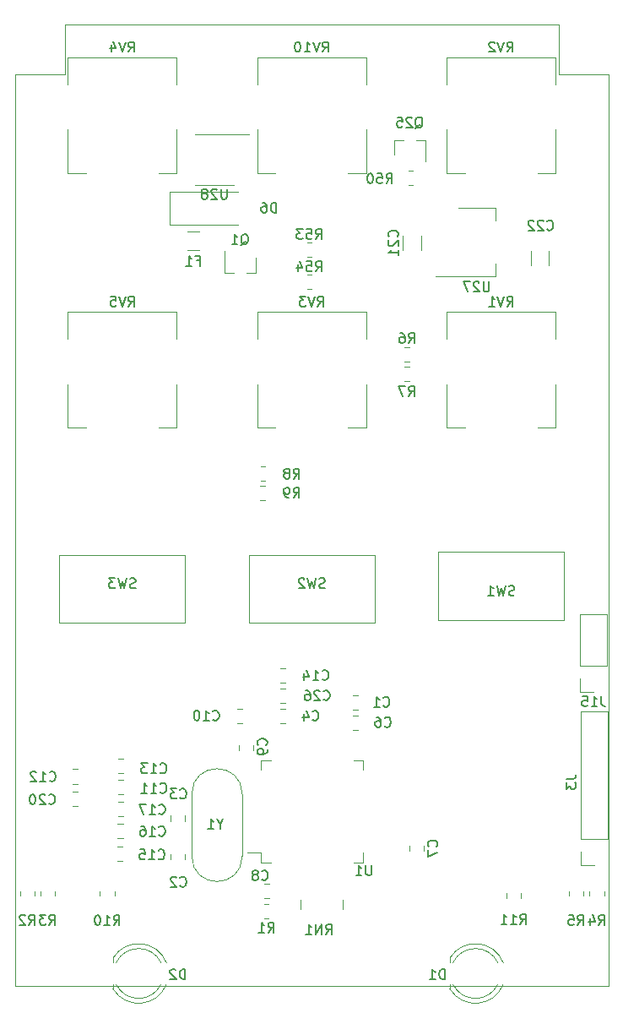
<source format=gbr>
%TF.GenerationSoftware,KiCad,Pcbnew,(5.1.7)-1*%
%TF.CreationDate,2021-10-21T20:17:55-07:00*%
%TF.ProjectId,Digital Board Rev 2,44696769-7461-46c2-9042-6f6172642052,rev?*%
%TF.SameCoordinates,Original*%
%TF.FileFunction,Legend,Bot*%
%TF.FilePolarity,Positive*%
%FSLAX46Y46*%
G04 Gerber Fmt 4.6, Leading zero omitted, Abs format (unit mm)*
G04 Created by KiCad (PCBNEW (5.1.7)-1) date 2021-10-21 20:17:55*
%MOMM*%
%LPD*%
G01*
G04 APERTURE LIST*
%TA.AperFunction,Profile*%
%ADD10C,0.050000*%
%TD*%
%ADD11C,0.120000*%
%ADD12C,0.150000*%
G04 APERTURE END LIST*
D10*
X177750000Y-40750000D02*
X182750000Y-40750000D01*
X177750000Y-35750000D02*
X177750000Y-40750000D01*
X128250000Y-40750000D02*
X128250000Y-35750000D01*
X123250000Y-40750000D02*
X128250000Y-40750000D01*
X182750000Y-40750000D02*
X182750000Y-132080000D01*
X128250000Y-35750000D02*
X177750000Y-35750000D01*
X123250000Y-132080000D02*
X123250000Y-40750000D01*
X182750000Y-132080000D02*
X123250000Y-132080000D01*
D11*
%TO.C,J15*%
X179920000Y-94840000D02*
X182580000Y-94840000D01*
X179920000Y-99980000D02*
X179920000Y-94840000D01*
X182580000Y-99980000D02*
X182580000Y-94840000D01*
X179920000Y-99980000D02*
X182580000Y-99980000D01*
X179920000Y-101250000D02*
X179920000Y-102580000D01*
X179920000Y-102580000D02*
X181250000Y-102580000D01*
%TO.C,F1*%
X140494936Y-56494000D02*
X141699064Y-56494000D01*
X140494936Y-58314000D02*
X141699064Y-58314000D01*
%TO.C,C17*%
X134097752Y-115035000D02*
X133575248Y-115035000D01*
X134097752Y-113565000D02*
X133575248Y-113565000D01*
%TO.C,RN1*%
X151867500Y-124388500D02*
X151867500Y-123388500D01*
X156107500Y-124388500D02*
X156107500Y-123388500D01*
%TO.C,C1*%
X157614252Y-104367000D02*
X157091748Y-104367000D01*
X157614252Y-102897000D02*
X157091748Y-102897000D01*
%TO.C,D6*%
X138729000Y-55752000D02*
X145629000Y-55752000D01*
X138729000Y-52452000D02*
X145629000Y-52452000D01*
X138729000Y-55752000D02*
X138729000Y-52452000D01*
%TO.C,SW3*%
X127700000Y-95650000D02*
X140300000Y-95650000D01*
X127700000Y-88850000D02*
X140300000Y-88850000D01*
X140300000Y-95650000D02*
X140300000Y-88850000D01*
X127700000Y-88850000D02*
X127700000Y-95650000D01*
%TO.C,SW2*%
X146700000Y-95650000D02*
X159300000Y-95650000D01*
X146700000Y-88850000D02*
X159300000Y-88850000D01*
X159300000Y-95650000D02*
X159300000Y-88850000D01*
X146700000Y-88850000D02*
X146700000Y-95650000D01*
%TO.C,R11*%
X173985000Y-122772936D02*
X173985000Y-123227064D01*
X172515000Y-122772936D02*
X172515000Y-123227064D01*
%TO.C,R10*%
X133235000Y-122581936D02*
X133235000Y-123036064D01*
X131765000Y-122581936D02*
X131765000Y-123036064D01*
%TO.C,C20*%
X129547252Y-114019000D02*
X129024748Y-114019000D01*
X129547252Y-112549000D02*
X129024748Y-112549000D01*
%TO.C,C16*%
X134055752Y-117257500D02*
X133533248Y-117257500D01*
X134055752Y-115787500D02*
X133533248Y-115787500D01*
%TO.C,R3*%
X127235000Y-122581936D02*
X127235000Y-123036064D01*
X125765000Y-122581936D02*
X125765000Y-123036064D01*
%TO.C,R4*%
X182337000Y-122581936D02*
X182337000Y-123036064D01*
X180867000Y-122581936D02*
X180867000Y-123036064D01*
%TO.C,R6*%
X162302936Y-68031000D02*
X162757064Y-68031000D01*
X162302936Y-69501000D02*
X162757064Y-69501000D01*
%TO.C,R7*%
X162332936Y-70004000D02*
X162787064Y-70004000D01*
X162332936Y-71474000D02*
X162787064Y-71474000D01*
%TO.C,R2*%
X125203000Y-122581936D02*
X125203000Y-123036064D01*
X123733000Y-122581936D02*
X123733000Y-123036064D01*
%TO.C,R8*%
X147875936Y-79978000D02*
X148330064Y-79978000D01*
X147875936Y-81448000D02*
X148330064Y-81448000D01*
%TO.C,R9*%
X147854936Y-81942000D02*
X148309064Y-81942000D01*
X147854936Y-83412000D02*
X148309064Y-83412000D01*
%TO.C,R5*%
X180235000Y-122581936D02*
X180235000Y-123036064D01*
X178765000Y-122581936D02*
X178765000Y-123036064D01*
%TO.C,RV10*%
X147530000Y-39030000D02*
X147530000Y-41750000D01*
X147530000Y-46250000D02*
X147530000Y-50620000D01*
X158470000Y-46250000D02*
X158470000Y-50620000D01*
X156650000Y-50620000D02*
X158470000Y-50620000D01*
X147530000Y-39030000D02*
X158470000Y-39030000D01*
X158470000Y-39030000D02*
X158470000Y-41750000D01*
X147530000Y-50620000D02*
X149350000Y-50620000D01*
%TO.C,C26*%
X150375252Y-102262000D02*
X149852748Y-102262000D01*
X150375252Y-103732000D02*
X149852748Y-103732000D01*
%TO.C,RV4*%
X128530000Y-50620000D02*
X130350000Y-50620000D01*
X139470000Y-39030000D02*
X139470000Y-41750000D01*
X128530000Y-39030000D02*
X139470000Y-39030000D01*
X137650000Y-50620000D02*
X139470000Y-50620000D01*
X139470000Y-46250000D02*
X139470000Y-50620000D01*
X128530000Y-46250000D02*
X128530000Y-50620000D01*
X128530000Y-39030000D02*
X128530000Y-41750000D01*
%TO.C,RV5*%
X128530000Y-76120000D02*
X130350000Y-76120000D01*
X139470000Y-64530000D02*
X139470000Y-67250000D01*
X128530000Y-64530000D02*
X139470000Y-64530000D01*
X137650000Y-76120000D02*
X139470000Y-76120000D01*
X139470000Y-71750000D02*
X139470000Y-76120000D01*
X128530000Y-71750000D02*
X128530000Y-76120000D01*
X128530000Y-64530000D02*
X128530000Y-67250000D01*
%TO.C,RV3*%
X147530000Y-76120000D02*
X149350000Y-76120000D01*
X158470000Y-64530000D02*
X158470000Y-67250000D01*
X147530000Y-64530000D02*
X158470000Y-64530000D01*
X156650000Y-76120000D02*
X158470000Y-76120000D01*
X158470000Y-71750000D02*
X158470000Y-76120000D01*
X147530000Y-71750000D02*
X147530000Y-76120000D01*
X147530000Y-64530000D02*
X147530000Y-67250000D01*
%TO.C,RV2*%
X166530000Y-39030000D02*
X166530000Y-41750000D01*
X166530000Y-46250000D02*
X166530000Y-50620000D01*
X177470000Y-46250000D02*
X177470000Y-50620000D01*
X175650000Y-50620000D02*
X177470000Y-50620000D01*
X166530000Y-39030000D02*
X177470000Y-39030000D01*
X177470000Y-39030000D02*
X177470000Y-41750000D01*
X166530000Y-50620000D02*
X168350000Y-50620000D01*
%TO.C,RV1*%
X166530000Y-76120000D02*
X168350000Y-76120000D01*
X177470000Y-64530000D02*
X177470000Y-67250000D01*
X166530000Y-64530000D02*
X177470000Y-64530000D01*
X175650000Y-76120000D02*
X177470000Y-76120000D01*
X177470000Y-71750000D02*
X177470000Y-76120000D01*
X166530000Y-71750000D02*
X166530000Y-76120000D01*
X166530000Y-64530000D02*
X166530000Y-67250000D01*
%TO.C,Y1*%
X146025000Y-112815000D02*
X146025000Y-119065000D01*
X140975000Y-112815000D02*
X140975000Y-119065000D01*
X146025000Y-119065000D02*
G75*
G02*
X140975000Y-119065000I-2525000J0D01*
G01*
X146025000Y-112815000D02*
G75*
G03*
X140975000Y-112815000I-2525000J0D01*
G01*
%TO.C,U28*%
X143250000Y-46690000D02*
X146700000Y-46690000D01*
X143250000Y-46690000D02*
X141300000Y-46690000D01*
X143250000Y-51810000D02*
X145200000Y-51810000D01*
X143250000Y-51810000D02*
X141300000Y-51810000D01*
%TO.C,U27*%
X165445000Y-60941000D02*
X171455000Y-60941000D01*
X167695000Y-54121000D02*
X171455000Y-54121000D01*
X171455000Y-60941000D02*
X171455000Y-59681000D01*
X171455000Y-54121000D02*
X171455000Y-55381000D01*
%TO.C,U1*%
X147925000Y-118714000D02*
X146585000Y-118714000D01*
X147925000Y-119664000D02*
X147925000Y-118714000D01*
X148875000Y-119664000D02*
X147925000Y-119664000D01*
X158145000Y-119664000D02*
X158145000Y-118714000D01*
X157195000Y-119664000D02*
X158145000Y-119664000D01*
X147925000Y-109444000D02*
X147925000Y-110394000D01*
X148875000Y-109444000D02*
X147925000Y-109444000D01*
X158145000Y-109444000D02*
X158145000Y-110394000D01*
X157195000Y-109444000D02*
X158145000Y-109444000D01*
%TO.C,SW1*%
X178300000Y-88584000D02*
X165700000Y-88584000D01*
X178300000Y-95384000D02*
X165700000Y-95384000D01*
X165700000Y-88584000D02*
X165700000Y-95384000D01*
X178300000Y-95384000D02*
X178300000Y-88584000D01*
%TO.C,R54*%
X152522936Y-60765000D02*
X152977064Y-60765000D01*
X152522936Y-62235000D02*
X152977064Y-62235000D01*
%TO.C,R53*%
X152522936Y-57515000D02*
X152977064Y-57515000D01*
X152522936Y-58985000D02*
X152977064Y-58985000D01*
%TO.C,R50*%
X163168064Y-51789000D02*
X162713936Y-51789000D01*
X163168064Y-50319000D02*
X162713936Y-50319000D01*
%TO.C,R1*%
X148235936Y-123852000D02*
X148690064Y-123852000D01*
X148235936Y-125322000D02*
X148690064Y-125322000D01*
%TO.C,Q25*%
X161234000Y-47293500D02*
X161234000Y-48753500D01*
X164394000Y-47293500D02*
X164394000Y-49453500D01*
X164394000Y-47293500D02*
X163464000Y-47293500D01*
X161234000Y-47293500D02*
X162164000Y-47293500D01*
%TO.C,Q1*%
X147376000Y-60577000D02*
X147376000Y-59117000D01*
X144216000Y-60577000D02*
X144216000Y-58417000D01*
X144216000Y-60577000D02*
X145146000Y-60577000D01*
X147376000Y-60577000D02*
X146446000Y-60577000D01*
%TO.C,J3*%
X180018000Y-119948000D02*
X181348000Y-119948000D01*
X180018000Y-118618000D02*
X180018000Y-119948000D01*
X180018000Y-117348000D02*
X182678000Y-117348000D01*
X182678000Y-117348000D02*
X182678000Y-104588000D01*
X180018000Y-117348000D02*
X180018000Y-104588000D01*
X180018000Y-104588000D02*
X182678000Y-104588000D01*
%TO.C,D2*%
X133076000Y-129730000D02*
X133076000Y-129265000D01*
X133076000Y-132355000D02*
X133076000Y-131890000D01*
X137890479Y-129729571D02*
G75*
G03*
X133381316Y-129730000I-2254479J-1080429D01*
G01*
X137890479Y-131890429D02*
G75*
G02*
X133381316Y-131890000I-2254479J1080429D01*
G01*
X138423815Y-129729173D02*
G75*
G03*
X133076000Y-129265170I-2787815J-1080827D01*
G01*
X138423815Y-131890827D02*
G75*
G02*
X133076000Y-132354830I-2787815J1080827D01*
G01*
%TO.C,D1*%
X166858000Y-129730000D02*
X166858000Y-129265000D01*
X166858000Y-132355000D02*
X166858000Y-131890000D01*
X171672479Y-129729571D02*
G75*
G03*
X167163316Y-129730000I-2254479J-1080429D01*
G01*
X171672479Y-131890429D02*
G75*
G02*
X167163316Y-131890000I-2254479J1080429D01*
G01*
X172205815Y-129729173D02*
G75*
G03*
X166858000Y-129265170I-2787815J-1080827D01*
G01*
X172205815Y-131890827D02*
G75*
G02*
X166858000Y-132354830I-2787815J1080827D01*
G01*
%TO.C,C22*%
X176805000Y-58407248D02*
X176805000Y-59829752D01*
X174985000Y-58407248D02*
X174985000Y-59829752D01*
%TO.C,C21*%
X163978000Y-56883248D02*
X163978000Y-58305752D01*
X162158000Y-56883248D02*
X162158000Y-58305752D01*
%TO.C,C15*%
X133992252Y-119543500D02*
X133469748Y-119543500D01*
X133992252Y-118073500D02*
X133469748Y-118073500D01*
%TO.C,C14*%
X149852748Y-100230000D02*
X150375252Y-100230000D01*
X149852748Y-101700000D02*
X150375252Y-101700000D01*
%TO.C,C13*%
X134119252Y-110717000D02*
X133596748Y-110717000D01*
X134119252Y-109247000D02*
X133596748Y-109247000D01*
%TO.C,C12*%
X129547252Y-111796500D02*
X129024748Y-111796500D01*
X129547252Y-110326500D02*
X129024748Y-110326500D01*
%TO.C,C11*%
X134119252Y-112876000D02*
X133596748Y-112876000D01*
X134119252Y-111406000D02*
X133596748Y-111406000D01*
%TO.C,C10*%
X145488748Y-104265000D02*
X146011252Y-104265000D01*
X145488748Y-105735000D02*
X146011252Y-105735000D01*
%TO.C,C9*%
X145696000Y-108465252D02*
X145696000Y-107942748D01*
X147166000Y-108465252D02*
X147166000Y-107942748D01*
%TO.C,C8*%
X148201748Y-121820000D02*
X148724252Y-121820000D01*
X148201748Y-123290000D02*
X148724252Y-123290000D01*
%TO.C,C7*%
X162765000Y-118511252D02*
X162765000Y-117988748D01*
X164235000Y-118511252D02*
X164235000Y-117988748D01*
%TO.C,C6*%
X157614252Y-106399000D02*
X157091748Y-106399000D01*
X157614252Y-104929000D02*
X157091748Y-104929000D01*
%TO.C,C4*%
X150375252Y-105764000D02*
X149852748Y-105764000D01*
X150375252Y-104294000D02*
X149852748Y-104294000D01*
%TO.C,C3*%
X138838000Y-115513752D02*
X138838000Y-114991248D01*
X140308000Y-115513752D02*
X140308000Y-114991248D01*
%TO.C,C2*%
X140308000Y-118864748D02*
X140308000Y-119387252D01*
X138838000Y-118864748D02*
X138838000Y-119387252D01*
%TD*%
%TO.C,J15*%
D12*
X182059523Y-103032380D02*
X182059523Y-103746666D01*
X182107142Y-103889523D01*
X182202380Y-103984761D01*
X182345238Y-104032380D01*
X182440476Y-104032380D01*
X181059523Y-104032380D02*
X181630952Y-104032380D01*
X181345238Y-104032380D02*
X181345238Y-103032380D01*
X181440476Y-103175238D01*
X181535714Y-103270476D01*
X181630952Y-103318095D01*
X180154761Y-103032380D02*
X180630952Y-103032380D01*
X180678571Y-103508571D01*
X180630952Y-103460952D01*
X180535714Y-103413333D01*
X180297619Y-103413333D01*
X180202380Y-103460952D01*
X180154761Y-103508571D01*
X180107142Y-103603809D01*
X180107142Y-103841904D01*
X180154761Y-103937142D01*
X180202380Y-103984761D01*
X180297619Y-104032380D01*
X180535714Y-104032380D01*
X180630952Y-103984761D01*
X180678571Y-103937142D01*
%TO.C,F1*%
X141430333Y-59364571D02*
X141763666Y-59364571D01*
X141763666Y-59888380D02*
X141763666Y-58888380D01*
X141287476Y-58888380D01*
X140382714Y-59888380D02*
X140954142Y-59888380D01*
X140668428Y-59888380D02*
X140668428Y-58888380D01*
X140763666Y-59031238D01*
X140858904Y-59126476D01*
X140954142Y-59174095D01*
%TO.C,C17*%
X137675857Y-114784142D02*
X137723476Y-114831761D01*
X137866333Y-114879380D01*
X137961571Y-114879380D01*
X138104428Y-114831761D01*
X138199666Y-114736523D01*
X138247285Y-114641285D01*
X138294904Y-114450809D01*
X138294904Y-114307952D01*
X138247285Y-114117476D01*
X138199666Y-114022238D01*
X138104428Y-113927000D01*
X137961571Y-113879380D01*
X137866333Y-113879380D01*
X137723476Y-113927000D01*
X137675857Y-113974619D01*
X136723476Y-114879380D02*
X137294904Y-114879380D01*
X137009190Y-114879380D02*
X137009190Y-113879380D01*
X137104428Y-114022238D01*
X137199666Y-114117476D01*
X137294904Y-114165095D01*
X136390142Y-113879380D02*
X135723476Y-113879380D01*
X136152047Y-114879380D01*
%TO.C,RN1*%
X154423976Y-126880880D02*
X154757309Y-126404690D01*
X154995404Y-126880880D02*
X154995404Y-125880880D01*
X154614452Y-125880880D01*
X154519214Y-125928500D01*
X154471595Y-125976119D01*
X154423976Y-126071357D01*
X154423976Y-126214214D01*
X154471595Y-126309452D01*
X154519214Y-126357071D01*
X154614452Y-126404690D01*
X154995404Y-126404690D01*
X153995404Y-126880880D02*
X153995404Y-125880880D01*
X153423976Y-126880880D01*
X153423976Y-125880880D01*
X152423976Y-126880880D02*
X152995404Y-126880880D01*
X152709690Y-126880880D02*
X152709690Y-125880880D01*
X152804928Y-126023738D01*
X152900166Y-126118976D01*
X152995404Y-126166595D01*
%TO.C,C1*%
X160186666Y-103989142D02*
X160234285Y-104036761D01*
X160377142Y-104084380D01*
X160472380Y-104084380D01*
X160615238Y-104036761D01*
X160710476Y-103941523D01*
X160758095Y-103846285D01*
X160805714Y-103655809D01*
X160805714Y-103512952D01*
X160758095Y-103322476D01*
X160710476Y-103227238D01*
X160615238Y-103132000D01*
X160472380Y-103084380D01*
X160377142Y-103084380D01*
X160234285Y-103132000D01*
X160186666Y-103179619D01*
X159234285Y-104084380D02*
X159805714Y-104084380D01*
X159520000Y-104084380D02*
X159520000Y-103084380D01*
X159615238Y-103227238D01*
X159710476Y-103322476D01*
X159805714Y-103370095D01*
%TO.C,D6*%
X149455095Y-54554380D02*
X149455095Y-53554380D01*
X149217000Y-53554380D01*
X149074142Y-53602000D01*
X148978904Y-53697238D01*
X148931285Y-53792476D01*
X148883666Y-53982952D01*
X148883666Y-54125809D01*
X148931285Y-54316285D01*
X148978904Y-54411523D01*
X149074142Y-54506761D01*
X149217000Y-54554380D01*
X149455095Y-54554380D01*
X148026523Y-53554380D02*
X148217000Y-53554380D01*
X148312238Y-53602000D01*
X148359857Y-53649619D01*
X148455095Y-53792476D01*
X148502714Y-53982952D01*
X148502714Y-54363904D01*
X148455095Y-54459142D01*
X148407476Y-54506761D01*
X148312238Y-54554380D01*
X148121761Y-54554380D01*
X148026523Y-54506761D01*
X147978904Y-54459142D01*
X147931285Y-54363904D01*
X147931285Y-54125809D01*
X147978904Y-54030571D01*
X148026523Y-53982952D01*
X148121761Y-53935333D01*
X148312238Y-53935333D01*
X148407476Y-53982952D01*
X148455095Y-54030571D01*
X148502714Y-54125809D01*
%TO.C,SW3*%
X135333333Y-92154761D02*
X135190476Y-92202380D01*
X134952380Y-92202380D01*
X134857142Y-92154761D01*
X134809523Y-92107142D01*
X134761904Y-92011904D01*
X134761904Y-91916666D01*
X134809523Y-91821428D01*
X134857142Y-91773809D01*
X134952380Y-91726190D01*
X135142857Y-91678571D01*
X135238095Y-91630952D01*
X135285714Y-91583333D01*
X135333333Y-91488095D01*
X135333333Y-91392857D01*
X135285714Y-91297619D01*
X135238095Y-91250000D01*
X135142857Y-91202380D01*
X134904761Y-91202380D01*
X134761904Y-91250000D01*
X134428571Y-91202380D02*
X134190476Y-92202380D01*
X134000000Y-91488095D01*
X133809523Y-92202380D01*
X133571428Y-91202380D01*
X133285714Y-91202380D02*
X132666666Y-91202380D01*
X133000000Y-91583333D01*
X132857142Y-91583333D01*
X132761904Y-91630952D01*
X132714285Y-91678571D01*
X132666666Y-91773809D01*
X132666666Y-92011904D01*
X132714285Y-92107142D01*
X132761904Y-92154761D01*
X132857142Y-92202380D01*
X133142857Y-92202380D01*
X133238095Y-92154761D01*
X133285714Y-92107142D01*
%TO.C,SW2*%
X154333333Y-92154761D02*
X154190476Y-92202380D01*
X153952380Y-92202380D01*
X153857142Y-92154761D01*
X153809523Y-92107142D01*
X153761904Y-92011904D01*
X153761904Y-91916666D01*
X153809523Y-91821428D01*
X153857142Y-91773809D01*
X153952380Y-91726190D01*
X154142857Y-91678571D01*
X154238095Y-91630952D01*
X154285714Y-91583333D01*
X154333333Y-91488095D01*
X154333333Y-91392857D01*
X154285714Y-91297619D01*
X154238095Y-91250000D01*
X154142857Y-91202380D01*
X153904761Y-91202380D01*
X153761904Y-91250000D01*
X153428571Y-91202380D02*
X153190476Y-92202380D01*
X153000000Y-91488095D01*
X152809523Y-92202380D01*
X152571428Y-91202380D01*
X152238095Y-91297619D02*
X152190476Y-91250000D01*
X152095238Y-91202380D01*
X151857142Y-91202380D01*
X151761904Y-91250000D01*
X151714285Y-91297619D01*
X151666666Y-91392857D01*
X151666666Y-91488095D01*
X151714285Y-91630952D01*
X152285714Y-92202380D01*
X151666666Y-92202380D01*
%TO.C,R11*%
X173892857Y-125865380D02*
X174226190Y-125389190D01*
X174464285Y-125865380D02*
X174464285Y-124865380D01*
X174083333Y-124865380D01*
X173988095Y-124913000D01*
X173940476Y-124960619D01*
X173892857Y-125055857D01*
X173892857Y-125198714D01*
X173940476Y-125293952D01*
X173988095Y-125341571D01*
X174083333Y-125389190D01*
X174464285Y-125389190D01*
X172940476Y-125865380D02*
X173511904Y-125865380D01*
X173226190Y-125865380D02*
X173226190Y-124865380D01*
X173321428Y-125008238D01*
X173416666Y-125103476D01*
X173511904Y-125151095D01*
X171988095Y-125865380D02*
X172559523Y-125865380D01*
X172273809Y-125865380D02*
X172273809Y-124865380D01*
X172369047Y-125008238D01*
X172464285Y-125103476D01*
X172559523Y-125151095D01*
%TO.C,R10*%
X133142857Y-125952380D02*
X133476190Y-125476190D01*
X133714285Y-125952380D02*
X133714285Y-124952380D01*
X133333333Y-124952380D01*
X133238095Y-125000000D01*
X133190476Y-125047619D01*
X133142857Y-125142857D01*
X133142857Y-125285714D01*
X133190476Y-125380952D01*
X133238095Y-125428571D01*
X133333333Y-125476190D01*
X133714285Y-125476190D01*
X132190476Y-125952380D02*
X132761904Y-125952380D01*
X132476190Y-125952380D02*
X132476190Y-124952380D01*
X132571428Y-125095238D01*
X132666666Y-125190476D01*
X132761904Y-125238095D01*
X131571428Y-124952380D02*
X131476190Y-124952380D01*
X131380952Y-125000000D01*
X131333333Y-125047619D01*
X131285714Y-125142857D01*
X131238095Y-125333333D01*
X131238095Y-125571428D01*
X131285714Y-125761904D01*
X131333333Y-125857142D01*
X131380952Y-125904761D01*
X131476190Y-125952380D01*
X131571428Y-125952380D01*
X131666666Y-125904761D01*
X131714285Y-125857142D01*
X131761904Y-125761904D01*
X131809523Y-125571428D01*
X131809523Y-125333333D01*
X131761904Y-125142857D01*
X131714285Y-125047619D01*
X131666666Y-125000000D01*
X131571428Y-124952380D01*
%TO.C,C20*%
X126626857Y-113768142D02*
X126674476Y-113815761D01*
X126817333Y-113863380D01*
X126912571Y-113863380D01*
X127055428Y-113815761D01*
X127150666Y-113720523D01*
X127198285Y-113625285D01*
X127245904Y-113434809D01*
X127245904Y-113291952D01*
X127198285Y-113101476D01*
X127150666Y-113006238D01*
X127055428Y-112911000D01*
X126912571Y-112863380D01*
X126817333Y-112863380D01*
X126674476Y-112911000D01*
X126626857Y-112958619D01*
X126245904Y-112958619D02*
X126198285Y-112911000D01*
X126103047Y-112863380D01*
X125864952Y-112863380D01*
X125769714Y-112911000D01*
X125722095Y-112958619D01*
X125674476Y-113053857D01*
X125674476Y-113149095D01*
X125722095Y-113291952D01*
X126293523Y-113863380D01*
X125674476Y-113863380D01*
X125055428Y-112863380D02*
X124960190Y-112863380D01*
X124864952Y-112911000D01*
X124817333Y-112958619D01*
X124769714Y-113053857D01*
X124722095Y-113244333D01*
X124722095Y-113482428D01*
X124769714Y-113672904D01*
X124817333Y-113768142D01*
X124864952Y-113815761D01*
X124960190Y-113863380D01*
X125055428Y-113863380D01*
X125150666Y-113815761D01*
X125198285Y-113768142D01*
X125245904Y-113672904D01*
X125293523Y-113482428D01*
X125293523Y-113244333D01*
X125245904Y-113053857D01*
X125198285Y-112958619D01*
X125150666Y-112911000D01*
X125055428Y-112863380D01*
%TO.C,C16*%
X137675857Y-116943142D02*
X137723476Y-116990761D01*
X137866333Y-117038380D01*
X137961571Y-117038380D01*
X138104428Y-116990761D01*
X138199666Y-116895523D01*
X138247285Y-116800285D01*
X138294904Y-116609809D01*
X138294904Y-116466952D01*
X138247285Y-116276476D01*
X138199666Y-116181238D01*
X138104428Y-116086000D01*
X137961571Y-116038380D01*
X137866333Y-116038380D01*
X137723476Y-116086000D01*
X137675857Y-116133619D01*
X136723476Y-117038380D02*
X137294904Y-117038380D01*
X137009190Y-117038380D02*
X137009190Y-116038380D01*
X137104428Y-116181238D01*
X137199666Y-116276476D01*
X137294904Y-116324095D01*
X135866333Y-116038380D02*
X136056809Y-116038380D01*
X136152047Y-116086000D01*
X136199666Y-116133619D01*
X136294904Y-116276476D01*
X136342523Y-116466952D01*
X136342523Y-116847904D01*
X136294904Y-116943142D01*
X136247285Y-116990761D01*
X136152047Y-117038380D01*
X135961571Y-117038380D01*
X135866333Y-116990761D01*
X135818714Y-116943142D01*
X135771095Y-116847904D01*
X135771095Y-116609809D01*
X135818714Y-116514571D01*
X135866333Y-116466952D01*
X135961571Y-116419333D01*
X136152047Y-116419333D01*
X136247285Y-116466952D01*
X136294904Y-116514571D01*
X136342523Y-116609809D01*
%TO.C,R3*%
X126666666Y-125928380D02*
X127000000Y-125452190D01*
X127238095Y-125928380D02*
X127238095Y-124928380D01*
X126857142Y-124928380D01*
X126761904Y-124976000D01*
X126714285Y-125023619D01*
X126666666Y-125118857D01*
X126666666Y-125261714D01*
X126714285Y-125356952D01*
X126761904Y-125404571D01*
X126857142Y-125452190D01*
X127238095Y-125452190D01*
X126333333Y-124928380D02*
X125714285Y-124928380D01*
X126047619Y-125309333D01*
X125904761Y-125309333D01*
X125809523Y-125356952D01*
X125761904Y-125404571D01*
X125714285Y-125499809D01*
X125714285Y-125737904D01*
X125761904Y-125833142D01*
X125809523Y-125880761D01*
X125904761Y-125928380D01*
X126190476Y-125928380D01*
X126285714Y-125880761D01*
X126333333Y-125833142D01*
%TO.C,R4*%
X181768666Y-125952380D02*
X182102000Y-125476190D01*
X182340095Y-125952380D02*
X182340095Y-124952380D01*
X181959142Y-124952380D01*
X181863904Y-125000000D01*
X181816285Y-125047619D01*
X181768666Y-125142857D01*
X181768666Y-125285714D01*
X181816285Y-125380952D01*
X181863904Y-125428571D01*
X181959142Y-125476190D01*
X182340095Y-125476190D01*
X180911523Y-125285714D02*
X180911523Y-125952380D01*
X181149619Y-124904761D02*
X181387714Y-125619047D01*
X180768666Y-125619047D01*
%TO.C,R6*%
X162726666Y-67635380D02*
X163060000Y-67159190D01*
X163298095Y-67635380D02*
X163298095Y-66635380D01*
X162917142Y-66635380D01*
X162821904Y-66683000D01*
X162774285Y-66730619D01*
X162726666Y-66825857D01*
X162726666Y-66968714D01*
X162774285Y-67063952D01*
X162821904Y-67111571D01*
X162917142Y-67159190D01*
X163298095Y-67159190D01*
X161869523Y-66635380D02*
X162060000Y-66635380D01*
X162155238Y-66683000D01*
X162202857Y-66730619D01*
X162298095Y-66873476D01*
X162345714Y-67063952D01*
X162345714Y-67444904D01*
X162298095Y-67540142D01*
X162250476Y-67587761D01*
X162155238Y-67635380D01*
X161964761Y-67635380D01*
X161869523Y-67587761D01*
X161821904Y-67540142D01*
X161774285Y-67444904D01*
X161774285Y-67206809D01*
X161821904Y-67111571D01*
X161869523Y-67063952D01*
X161964761Y-67016333D01*
X162155238Y-67016333D01*
X162250476Y-67063952D01*
X162298095Y-67111571D01*
X162345714Y-67206809D01*
%TO.C,R7*%
X162726666Y-72969380D02*
X163060000Y-72493190D01*
X163298095Y-72969380D02*
X163298095Y-71969380D01*
X162917142Y-71969380D01*
X162821904Y-72017000D01*
X162774285Y-72064619D01*
X162726666Y-72159857D01*
X162726666Y-72302714D01*
X162774285Y-72397952D01*
X162821904Y-72445571D01*
X162917142Y-72493190D01*
X163298095Y-72493190D01*
X162393333Y-71969380D02*
X161726666Y-71969380D01*
X162155238Y-72969380D01*
%TO.C,R2*%
X124634666Y-125928380D02*
X124968000Y-125452190D01*
X125206095Y-125928380D02*
X125206095Y-124928380D01*
X124825142Y-124928380D01*
X124729904Y-124976000D01*
X124682285Y-125023619D01*
X124634666Y-125118857D01*
X124634666Y-125261714D01*
X124682285Y-125356952D01*
X124729904Y-125404571D01*
X124825142Y-125452190D01*
X125206095Y-125452190D01*
X124253714Y-125023619D02*
X124206095Y-124976000D01*
X124110857Y-124928380D01*
X123872761Y-124928380D01*
X123777523Y-124976000D01*
X123729904Y-125023619D01*
X123682285Y-125118857D01*
X123682285Y-125214095D01*
X123729904Y-125356952D01*
X124301333Y-125928380D01*
X123682285Y-125928380D01*
%TO.C,R8*%
X151169666Y-81224380D02*
X151503000Y-80748190D01*
X151741095Y-81224380D02*
X151741095Y-80224380D01*
X151360142Y-80224380D01*
X151264904Y-80272000D01*
X151217285Y-80319619D01*
X151169666Y-80414857D01*
X151169666Y-80557714D01*
X151217285Y-80652952D01*
X151264904Y-80700571D01*
X151360142Y-80748190D01*
X151741095Y-80748190D01*
X150598238Y-80652952D02*
X150693476Y-80605333D01*
X150741095Y-80557714D01*
X150788714Y-80462476D01*
X150788714Y-80414857D01*
X150741095Y-80319619D01*
X150693476Y-80272000D01*
X150598238Y-80224380D01*
X150407761Y-80224380D01*
X150312523Y-80272000D01*
X150264904Y-80319619D01*
X150217285Y-80414857D01*
X150217285Y-80462476D01*
X150264904Y-80557714D01*
X150312523Y-80605333D01*
X150407761Y-80652952D01*
X150598238Y-80652952D01*
X150693476Y-80700571D01*
X150741095Y-80748190D01*
X150788714Y-80843428D01*
X150788714Y-81033904D01*
X150741095Y-81129142D01*
X150693476Y-81176761D01*
X150598238Y-81224380D01*
X150407761Y-81224380D01*
X150312523Y-81176761D01*
X150264904Y-81129142D01*
X150217285Y-81033904D01*
X150217285Y-80843428D01*
X150264904Y-80748190D01*
X150312523Y-80700571D01*
X150407761Y-80652952D01*
%TO.C,R9*%
X151169666Y-83129380D02*
X151503000Y-82653190D01*
X151741095Y-83129380D02*
X151741095Y-82129380D01*
X151360142Y-82129380D01*
X151264904Y-82177000D01*
X151217285Y-82224619D01*
X151169666Y-82319857D01*
X151169666Y-82462714D01*
X151217285Y-82557952D01*
X151264904Y-82605571D01*
X151360142Y-82653190D01*
X151741095Y-82653190D01*
X150693476Y-83129380D02*
X150503000Y-83129380D01*
X150407761Y-83081761D01*
X150360142Y-83034142D01*
X150264904Y-82891285D01*
X150217285Y-82700809D01*
X150217285Y-82319857D01*
X150264904Y-82224619D01*
X150312523Y-82177000D01*
X150407761Y-82129380D01*
X150598238Y-82129380D01*
X150693476Y-82177000D01*
X150741095Y-82224619D01*
X150788714Y-82319857D01*
X150788714Y-82557952D01*
X150741095Y-82653190D01*
X150693476Y-82700809D01*
X150598238Y-82748428D01*
X150407761Y-82748428D01*
X150312523Y-82700809D01*
X150264904Y-82653190D01*
X150217285Y-82557952D01*
%TO.C,R5*%
X179666666Y-125952380D02*
X180000000Y-125476190D01*
X180238095Y-125952380D02*
X180238095Y-124952380D01*
X179857142Y-124952380D01*
X179761904Y-125000000D01*
X179714285Y-125047619D01*
X179666666Y-125142857D01*
X179666666Y-125285714D01*
X179714285Y-125380952D01*
X179761904Y-125428571D01*
X179857142Y-125476190D01*
X180238095Y-125476190D01*
X178761904Y-124952380D02*
X179238095Y-124952380D01*
X179285714Y-125428571D01*
X179238095Y-125380952D01*
X179142857Y-125333333D01*
X178904761Y-125333333D01*
X178809523Y-125380952D01*
X178761904Y-125428571D01*
X178714285Y-125523809D01*
X178714285Y-125761904D01*
X178761904Y-125857142D01*
X178809523Y-125904761D01*
X178904761Y-125952380D01*
X179142857Y-125952380D01*
X179238095Y-125904761D01*
X179285714Y-125857142D01*
%TO.C,RV10*%
X154071428Y-38452380D02*
X154404761Y-37976190D01*
X154642857Y-38452380D02*
X154642857Y-37452380D01*
X154261904Y-37452380D01*
X154166666Y-37500000D01*
X154119047Y-37547619D01*
X154071428Y-37642857D01*
X154071428Y-37785714D01*
X154119047Y-37880952D01*
X154166666Y-37928571D01*
X154261904Y-37976190D01*
X154642857Y-37976190D01*
X153785714Y-37452380D02*
X153452380Y-38452380D01*
X153119047Y-37452380D01*
X152261904Y-38452380D02*
X152833333Y-38452380D01*
X152547619Y-38452380D02*
X152547619Y-37452380D01*
X152642857Y-37595238D01*
X152738095Y-37690476D01*
X152833333Y-37738095D01*
X151642857Y-37452380D02*
X151547619Y-37452380D01*
X151452380Y-37500000D01*
X151404761Y-37547619D01*
X151357142Y-37642857D01*
X151309523Y-37833333D01*
X151309523Y-38071428D01*
X151357142Y-38261904D01*
X151404761Y-38357142D01*
X151452380Y-38404761D01*
X151547619Y-38452380D01*
X151642857Y-38452380D01*
X151738095Y-38404761D01*
X151785714Y-38357142D01*
X151833333Y-38261904D01*
X151880952Y-38071428D01*
X151880952Y-37833333D01*
X151833333Y-37642857D01*
X151785714Y-37547619D01*
X151738095Y-37500000D01*
X151642857Y-37452380D01*
%TO.C,C26*%
X154185857Y-103354142D02*
X154233476Y-103401761D01*
X154376333Y-103449380D01*
X154471571Y-103449380D01*
X154614428Y-103401761D01*
X154709666Y-103306523D01*
X154757285Y-103211285D01*
X154804904Y-103020809D01*
X154804904Y-102877952D01*
X154757285Y-102687476D01*
X154709666Y-102592238D01*
X154614428Y-102497000D01*
X154471571Y-102449380D01*
X154376333Y-102449380D01*
X154233476Y-102497000D01*
X154185857Y-102544619D01*
X153804904Y-102544619D02*
X153757285Y-102497000D01*
X153662047Y-102449380D01*
X153423952Y-102449380D01*
X153328714Y-102497000D01*
X153281095Y-102544619D01*
X153233476Y-102639857D01*
X153233476Y-102735095D01*
X153281095Y-102877952D01*
X153852523Y-103449380D01*
X153233476Y-103449380D01*
X152376333Y-102449380D02*
X152566809Y-102449380D01*
X152662047Y-102497000D01*
X152709666Y-102544619D01*
X152804904Y-102687476D01*
X152852523Y-102877952D01*
X152852523Y-103258904D01*
X152804904Y-103354142D01*
X152757285Y-103401761D01*
X152662047Y-103449380D01*
X152471571Y-103449380D01*
X152376333Y-103401761D01*
X152328714Y-103354142D01*
X152281095Y-103258904D01*
X152281095Y-103020809D01*
X152328714Y-102925571D01*
X152376333Y-102877952D01*
X152471571Y-102830333D01*
X152662047Y-102830333D01*
X152757285Y-102877952D01*
X152804904Y-102925571D01*
X152852523Y-103020809D01*
%TO.C,RV4*%
X134595238Y-38452380D02*
X134928571Y-37976190D01*
X135166666Y-38452380D02*
X135166666Y-37452380D01*
X134785714Y-37452380D01*
X134690476Y-37500000D01*
X134642857Y-37547619D01*
X134595238Y-37642857D01*
X134595238Y-37785714D01*
X134642857Y-37880952D01*
X134690476Y-37928571D01*
X134785714Y-37976190D01*
X135166666Y-37976190D01*
X134309523Y-37452380D02*
X133976190Y-38452380D01*
X133642857Y-37452380D01*
X132880952Y-37785714D02*
X132880952Y-38452380D01*
X133119047Y-37404761D02*
X133357142Y-38119047D01*
X132738095Y-38119047D01*
%TO.C,RV5*%
X134595238Y-63952380D02*
X134928571Y-63476190D01*
X135166666Y-63952380D02*
X135166666Y-62952380D01*
X134785714Y-62952380D01*
X134690476Y-63000000D01*
X134642857Y-63047619D01*
X134595238Y-63142857D01*
X134595238Y-63285714D01*
X134642857Y-63380952D01*
X134690476Y-63428571D01*
X134785714Y-63476190D01*
X135166666Y-63476190D01*
X134309523Y-62952380D02*
X133976190Y-63952380D01*
X133642857Y-62952380D01*
X132833333Y-62952380D02*
X133309523Y-62952380D01*
X133357142Y-63428571D01*
X133309523Y-63380952D01*
X133214285Y-63333333D01*
X132976190Y-63333333D01*
X132880952Y-63380952D01*
X132833333Y-63428571D01*
X132785714Y-63523809D01*
X132785714Y-63761904D01*
X132833333Y-63857142D01*
X132880952Y-63904761D01*
X132976190Y-63952380D01*
X133214285Y-63952380D01*
X133309523Y-63904761D01*
X133357142Y-63857142D01*
%TO.C,RV3*%
X153595238Y-63952380D02*
X153928571Y-63476190D01*
X154166666Y-63952380D02*
X154166666Y-62952380D01*
X153785714Y-62952380D01*
X153690476Y-63000000D01*
X153642857Y-63047619D01*
X153595238Y-63142857D01*
X153595238Y-63285714D01*
X153642857Y-63380952D01*
X153690476Y-63428571D01*
X153785714Y-63476190D01*
X154166666Y-63476190D01*
X153309523Y-62952380D02*
X152976190Y-63952380D01*
X152642857Y-62952380D01*
X152404761Y-62952380D02*
X151785714Y-62952380D01*
X152119047Y-63333333D01*
X151976190Y-63333333D01*
X151880952Y-63380952D01*
X151833333Y-63428571D01*
X151785714Y-63523809D01*
X151785714Y-63761904D01*
X151833333Y-63857142D01*
X151880952Y-63904761D01*
X151976190Y-63952380D01*
X152261904Y-63952380D01*
X152357142Y-63904761D01*
X152404761Y-63857142D01*
%TO.C,RV2*%
X172595238Y-38452380D02*
X172928571Y-37976190D01*
X173166666Y-38452380D02*
X173166666Y-37452380D01*
X172785714Y-37452380D01*
X172690476Y-37500000D01*
X172642857Y-37547619D01*
X172595238Y-37642857D01*
X172595238Y-37785714D01*
X172642857Y-37880952D01*
X172690476Y-37928571D01*
X172785714Y-37976190D01*
X173166666Y-37976190D01*
X172309523Y-37452380D02*
X171976190Y-38452380D01*
X171642857Y-37452380D01*
X171357142Y-37547619D02*
X171309523Y-37500000D01*
X171214285Y-37452380D01*
X170976190Y-37452380D01*
X170880952Y-37500000D01*
X170833333Y-37547619D01*
X170785714Y-37642857D01*
X170785714Y-37738095D01*
X170833333Y-37880952D01*
X171404761Y-38452380D01*
X170785714Y-38452380D01*
%TO.C,RV1*%
X172595238Y-63952380D02*
X172928571Y-63476190D01*
X173166666Y-63952380D02*
X173166666Y-62952380D01*
X172785714Y-62952380D01*
X172690476Y-63000000D01*
X172642857Y-63047619D01*
X172595238Y-63142857D01*
X172595238Y-63285714D01*
X172642857Y-63380952D01*
X172690476Y-63428571D01*
X172785714Y-63476190D01*
X173166666Y-63476190D01*
X172309523Y-62952380D02*
X171976190Y-63952380D01*
X171642857Y-62952380D01*
X170785714Y-63952380D02*
X171357142Y-63952380D01*
X171071428Y-63952380D02*
X171071428Y-62952380D01*
X171166666Y-63095238D01*
X171261904Y-63190476D01*
X171357142Y-63238095D01*
%TO.C,Y1*%
X143795690Y-115863690D02*
X143795690Y-116339880D01*
X144129023Y-115339880D02*
X143795690Y-115863690D01*
X143462357Y-115339880D01*
X142605214Y-116339880D02*
X143176642Y-116339880D01*
X142890928Y-116339880D02*
X142890928Y-115339880D01*
X142986166Y-115482738D01*
X143081404Y-115577976D01*
X143176642Y-115625595D01*
%TO.C,U28*%
X144488095Y-52202380D02*
X144488095Y-53011904D01*
X144440476Y-53107142D01*
X144392857Y-53154761D01*
X144297619Y-53202380D01*
X144107142Y-53202380D01*
X144011904Y-53154761D01*
X143964285Y-53107142D01*
X143916666Y-53011904D01*
X143916666Y-52202380D01*
X143488095Y-52297619D02*
X143440476Y-52250000D01*
X143345238Y-52202380D01*
X143107142Y-52202380D01*
X143011904Y-52250000D01*
X142964285Y-52297619D01*
X142916666Y-52392857D01*
X142916666Y-52488095D01*
X142964285Y-52630952D01*
X143535714Y-53202380D01*
X142916666Y-53202380D01*
X142345238Y-52630952D02*
X142440476Y-52583333D01*
X142488095Y-52535714D01*
X142535714Y-52440476D01*
X142535714Y-52392857D01*
X142488095Y-52297619D01*
X142440476Y-52250000D01*
X142345238Y-52202380D01*
X142154761Y-52202380D01*
X142059523Y-52250000D01*
X142011904Y-52297619D01*
X141964285Y-52392857D01*
X141964285Y-52440476D01*
X142011904Y-52535714D01*
X142059523Y-52583333D01*
X142154761Y-52630952D01*
X142345238Y-52630952D01*
X142440476Y-52678571D01*
X142488095Y-52726190D01*
X142535714Y-52821428D01*
X142535714Y-53011904D01*
X142488095Y-53107142D01*
X142440476Y-53154761D01*
X142345238Y-53202380D01*
X142154761Y-53202380D01*
X142059523Y-53154761D01*
X142011904Y-53107142D01*
X141964285Y-53011904D01*
X141964285Y-52821428D01*
X142011904Y-52726190D01*
X142059523Y-52678571D01*
X142154761Y-52630952D01*
%TO.C,U27*%
X170783095Y-61483380D02*
X170783095Y-62292904D01*
X170735476Y-62388142D01*
X170687857Y-62435761D01*
X170592619Y-62483380D01*
X170402142Y-62483380D01*
X170306904Y-62435761D01*
X170259285Y-62388142D01*
X170211666Y-62292904D01*
X170211666Y-61483380D01*
X169783095Y-61578619D02*
X169735476Y-61531000D01*
X169640238Y-61483380D01*
X169402142Y-61483380D01*
X169306904Y-61531000D01*
X169259285Y-61578619D01*
X169211666Y-61673857D01*
X169211666Y-61769095D01*
X169259285Y-61911952D01*
X169830714Y-62483380D01*
X169211666Y-62483380D01*
X168878333Y-61483380D02*
X168211666Y-61483380D01*
X168640238Y-62483380D01*
%TO.C,U1*%
X159003904Y-119975380D02*
X159003904Y-120784904D01*
X158956285Y-120880142D01*
X158908666Y-120927761D01*
X158813428Y-120975380D01*
X158622952Y-120975380D01*
X158527714Y-120927761D01*
X158480095Y-120880142D01*
X158432476Y-120784904D01*
X158432476Y-119975380D01*
X157432476Y-120975380D02*
X158003904Y-120975380D01*
X157718190Y-120975380D02*
X157718190Y-119975380D01*
X157813428Y-120118238D01*
X157908666Y-120213476D01*
X158003904Y-120261095D01*
%TO.C,SW1*%
X173333333Y-92888761D02*
X173190476Y-92936380D01*
X172952380Y-92936380D01*
X172857142Y-92888761D01*
X172809523Y-92841142D01*
X172761904Y-92745904D01*
X172761904Y-92650666D01*
X172809523Y-92555428D01*
X172857142Y-92507809D01*
X172952380Y-92460190D01*
X173142857Y-92412571D01*
X173238095Y-92364952D01*
X173285714Y-92317333D01*
X173333333Y-92222095D01*
X173333333Y-92126857D01*
X173285714Y-92031619D01*
X173238095Y-91984000D01*
X173142857Y-91936380D01*
X172904761Y-91936380D01*
X172761904Y-91984000D01*
X172428571Y-91936380D02*
X172190476Y-92936380D01*
X172000000Y-92222095D01*
X171809523Y-92936380D01*
X171571428Y-91936380D01*
X170666666Y-92936380D02*
X171238095Y-92936380D01*
X170952380Y-92936380D02*
X170952380Y-91936380D01*
X171047619Y-92079238D01*
X171142857Y-92174476D01*
X171238095Y-92222095D01*
%TO.C,R54*%
X153392857Y-60452380D02*
X153726190Y-59976190D01*
X153964285Y-60452380D02*
X153964285Y-59452380D01*
X153583333Y-59452380D01*
X153488095Y-59500000D01*
X153440476Y-59547619D01*
X153392857Y-59642857D01*
X153392857Y-59785714D01*
X153440476Y-59880952D01*
X153488095Y-59928571D01*
X153583333Y-59976190D01*
X153964285Y-59976190D01*
X152488095Y-59452380D02*
X152964285Y-59452380D01*
X153011904Y-59928571D01*
X152964285Y-59880952D01*
X152869047Y-59833333D01*
X152630952Y-59833333D01*
X152535714Y-59880952D01*
X152488095Y-59928571D01*
X152440476Y-60023809D01*
X152440476Y-60261904D01*
X152488095Y-60357142D01*
X152535714Y-60404761D01*
X152630952Y-60452380D01*
X152869047Y-60452380D01*
X152964285Y-60404761D01*
X153011904Y-60357142D01*
X151583333Y-59785714D02*
X151583333Y-60452380D01*
X151821428Y-59404761D02*
X152059523Y-60119047D01*
X151440476Y-60119047D01*
%TO.C,R53*%
X153392857Y-57202380D02*
X153726190Y-56726190D01*
X153964285Y-57202380D02*
X153964285Y-56202380D01*
X153583333Y-56202380D01*
X153488095Y-56250000D01*
X153440476Y-56297619D01*
X153392857Y-56392857D01*
X153392857Y-56535714D01*
X153440476Y-56630952D01*
X153488095Y-56678571D01*
X153583333Y-56726190D01*
X153964285Y-56726190D01*
X152488095Y-56202380D02*
X152964285Y-56202380D01*
X153011904Y-56678571D01*
X152964285Y-56630952D01*
X152869047Y-56583333D01*
X152630952Y-56583333D01*
X152535714Y-56630952D01*
X152488095Y-56678571D01*
X152440476Y-56773809D01*
X152440476Y-57011904D01*
X152488095Y-57107142D01*
X152535714Y-57154761D01*
X152630952Y-57202380D01*
X152869047Y-57202380D01*
X152964285Y-57154761D01*
X153011904Y-57107142D01*
X152107142Y-56202380D02*
X151488095Y-56202380D01*
X151821428Y-56583333D01*
X151678571Y-56583333D01*
X151583333Y-56630952D01*
X151535714Y-56678571D01*
X151488095Y-56773809D01*
X151488095Y-57011904D01*
X151535714Y-57107142D01*
X151583333Y-57154761D01*
X151678571Y-57202380D01*
X151964285Y-57202380D01*
X152059523Y-57154761D01*
X152107142Y-57107142D01*
%TO.C,R50*%
X160472357Y-51633380D02*
X160805690Y-51157190D01*
X161043785Y-51633380D02*
X161043785Y-50633380D01*
X160662833Y-50633380D01*
X160567595Y-50681000D01*
X160519976Y-50728619D01*
X160472357Y-50823857D01*
X160472357Y-50966714D01*
X160519976Y-51061952D01*
X160567595Y-51109571D01*
X160662833Y-51157190D01*
X161043785Y-51157190D01*
X159567595Y-50633380D02*
X160043785Y-50633380D01*
X160091404Y-51109571D01*
X160043785Y-51061952D01*
X159948547Y-51014333D01*
X159710452Y-51014333D01*
X159615214Y-51061952D01*
X159567595Y-51109571D01*
X159519976Y-51204809D01*
X159519976Y-51442904D01*
X159567595Y-51538142D01*
X159615214Y-51585761D01*
X159710452Y-51633380D01*
X159948547Y-51633380D01*
X160043785Y-51585761D01*
X160091404Y-51538142D01*
X158900928Y-50633380D02*
X158805690Y-50633380D01*
X158710452Y-50681000D01*
X158662833Y-50728619D01*
X158615214Y-50823857D01*
X158567595Y-51014333D01*
X158567595Y-51252428D01*
X158615214Y-51442904D01*
X158662833Y-51538142D01*
X158710452Y-51585761D01*
X158805690Y-51633380D01*
X158900928Y-51633380D01*
X158996166Y-51585761D01*
X159043785Y-51538142D01*
X159091404Y-51442904D01*
X159139023Y-51252428D01*
X159139023Y-51014333D01*
X159091404Y-50823857D01*
X159043785Y-50728619D01*
X158996166Y-50681000D01*
X158900928Y-50633380D01*
%TO.C,R1*%
X148629666Y-126689380D02*
X148963000Y-126213190D01*
X149201095Y-126689380D02*
X149201095Y-125689380D01*
X148820142Y-125689380D01*
X148724904Y-125737000D01*
X148677285Y-125784619D01*
X148629666Y-125879857D01*
X148629666Y-126022714D01*
X148677285Y-126117952D01*
X148724904Y-126165571D01*
X148820142Y-126213190D01*
X149201095Y-126213190D01*
X147677285Y-126689380D02*
X148248714Y-126689380D01*
X147963000Y-126689380D02*
X147963000Y-125689380D01*
X148058238Y-125832238D01*
X148153476Y-125927476D01*
X148248714Y-125975095D01*
%TO.C,Q25*%
X163385428Y-46101119D02*
X163480666Y-46053500D01*
X163575904Y-45958261D01*
X163718761Y-45815404D01*
X163814000Y-45767785D01*
X163909238Y-45767785D01*
X163861619Y-46005880D02*
X163956857Y-45958261D01*
X164052095Y-45863023D01*
X164099714Y-45672547D01*
X164099714Y-45339214D01*
X164052095Y-45148738D01*
X163956857Y-45053500D01*
X163861619Y-45005880D01*
X163671142Y-45005880D01*
X163575904Y-45053500D01*
X163480666Y-45148738D01*
X163433047Y-45339214D01*
X163433047Y-45672547D01*
X163480666Y-45863023D01*
X163575904Y-45958261D01*
X163671142Y-46005880D01*
X163861619Y-46005880D01*
X163052095Y-45101119D02*
X163004476Y-45053500D01*
X162909238Y-45005880D01*
X162671142Y-45005880D01*
X162575904Y-45053500D01*
X162528285Y-45101119D01*
X162480666Y-45196357D01*
X162480666Y-45291595D01*
X162528285Y-45434452D01*
X163099714Y-46005880D01*
X162480666Y-46005880D01*
X161575904Y-45005880D02*
X162052095Y-45005880D01*
X162099714Y-45482071D01*
X162052095Y-45434452D01*
X161956857Y-45386833D01*
X161718761Y-45386833D01*
X161623523Y-45434452D01*
X161575904Y-45482071D01*
X161528285Y-45577309D01*
X161528285Y-45815404D01*
X161575904Y-45910642D01*
X161623523Y-45958261D01*
X161718761Y-46005880D01*
X161956857Y-46005880D01*
X162052095Y-45958261D01*
X162099714Y-45910642D01*
%TO.C,Q1*%
X145891238Y-57824619D02*
X145986476Y-57777000D01*
X146081714Y-57681761D01*
X146224571Y-57538904D01*
X146319809Y-57491285D01*
X146415047Y-57491285D01*
X146367428Y-57729380D02*
X146462666Y-57681761D01*
X146557904Y-57586523D01*
X146605523Y-57396047D01*
X146605523Y-57062714D01*
X146557904Y-56872238D01*
X146462666Y-56777000D01*
X146367428Y-56729380D01*
X146176952Y-56729380D01*
X146081714Y-56777000D01*
X145986476Y-56872238D01*
X145938857Y-57062714D01*
X145938857Y-57396047D01*
X145986476Y-57586523D01*
X146081714Y-57681761D01*
X146176952Y-57729380D01*
X146367428Y-57729380D01*
X144986476Y-57729380D02*
X145557904Y-57729380D01*
X145272190Y-57729380D02*
X145272190Y-56729380D01*
X145367428Y-56872238D01*
X145462666Y-56967476D01*
X145557904Y-57015095D01*
%TO.C,J3*%
X178514380Y-111299666D02*
X179228666Y-111299666D01*
X179371523Y-111252047D01*
X179466761Y-111156809D01*
X179514380Y-111013952D01*
X179514380Y-110918714D01*
X178514380Y-111680619D02*
X178514380Y-112299666D01*
X178895333Y-111966333D01*
X178895333Y-112109190D01*
X178942952Y-112204428D01*
X178990571Y-112252047D01*
X179085809Y-112299666D01*
X179323904Y-112299666D01*
X179419142Y-112252047D01*
X179466761Y-112204428D01*
X179514380Y-112109190D01*
X179514380Y-111823476D01*
X179466761Y-111728238D01*
X179419142Y-111680619D01*
%TO.C,D2*%
X140311095Y-131389380D02*
X140311095Y-130389380D01*
X140073000Y-130389380D01*
X139930142Y-130437000D01*
X139834904Y-130532238D01*
X139787285Y-130627476D01*
X139739666Y-130817952D01*
X139739666Y-130960809D01*
X139787285Y-131151285D01*
X139834904Y-131246523D01*
X139930142Y-131341761D01*
X140073000Y-131389380D01*
X140311095Y-131389380D01*
X139358714Y-130484619D02*
X139311095Y-130437000D01*
X139215857Y-130389380D01*
X138977761Y-130389380D01*
X138882523Y-130437000D01*
X138834904Y-130484619D01*
X138787285Y-130579857D01*
X138787285Y-130675095D01*
X138834904Y-130817952D01*
X139406333Y-131389380D01*
X138787285Y-131389380D01*
%TO.C,D1*%
X166346095Y-131389380D02*
X166346095Y-130389380D01*
X166108000Y-130389380D01*
X165965142Y-130437000D01*
X165869904Y-130532238D01*
X165822285Y-130627476D01*
X165774666Y-130817952D01*
X165774666Y-130960809D01*
X165822285Y-131151285D01*
X165869904Y-131246523D01*
X165965142Y-131341761D01*
X166108000Y-131389380D01*
X166346095Y-131389380D01*
X164822285Y-131389380D02*
X165393714Y-131389380D01*
X165108000Y-131389380D02*
X165108000Y-130389380D01*
X165203238Y-130532238D01*
X165298476Y-130627476D01*
X165393714Y-130675095D01*
%TO.C,C22*%
X176601357Y-56237142D02*
X176648976Y-56284761D01*
X176791833Y-56332380D01*
X176887071Y-56332380D01*
X177029928Y-56284761D01*
X177125166Y-56189523D01*
X177172785Y-56094285D01*
X177220404Y-55903809D01*
X177220404Y-55760952D01*
X177172785Y-55570476D01*
X177125166Y-55475238D01*
X177029928Y-55380000D01*
X176887071Y-55332380D01*
X176791833Y-55332380D01*
X176648976Y-55380000D01*
X176601357Y-55427619D01*
X176220404Y-55427619D02*
X176172785Y-55380000D01*
X176077547Y-55332380D01*
X175839452Y-55332380D01*
X175744214Y-55380000D01*
X175696595Y-55427619D01*
X175648976Y-55522857D01*
X175648976Y-55618095D01*
X175696595Y-55760952D01*
X176268023Y-56332380D01*
X175648976Y-56332380D01*
X175268023Y-55427619D02*
X175220404Y-55380000D01*
X175125166Y-55332380D01*
X174887071Y-55332380D01*
X174791833Y-55380000D01*
X174744214Y-55427619D01*
X174696595Y-55522857D01*
X174696595Y-55618095D01*
X174744214Y-55760952D01*
X175315642Y-56332380D01*
X174696595Y-56332380D01*
%TO.C,C21*%
X161575142Y-56951642D02*
X161622761Y-56904023D01*
X161670380Y-56761166D01*
X161670380Y-56665928D01*
X161622761Y-56523071D01*
X161527523Y-56427833D01*
X161432285Y-56380214D01*
X161241809Y-56332595D01*
X161098952Y-56332595D01*
X160908476Y-56380214D01*
X160813238Y-56427833D01*
X160718000Y-56523071D01*
X160670380Y-56665928D01*
X160670380Y-56761166D01*
X160718000Y-56904023D01*
X160765619Y-56951642D01*
X160765619Y-57332595D02*
X160718000Y-57380214D01*
X160670380Y-57475452D01*
X160670380Y-57713547D01*
X160718000Y-57808785D01*
X160765619Y-57856404D01*
X160860857Y-57904023D01*
X160956095Y-57904023D01*
X161098952Y-57856404D01*
X161670380Y-57284976D01*
X161670380Y-57904023D01*
X161670380Y-58856404D02*
X161670380Y-58284976D01*
X161670380Y-58570690D02*
X160670380Y-58570690D01*
X160813238Y-58475452D01*
X160908476Y-58380214D01*
X160956095Y-58284976D01*
%TO.C,C15*%
X137612357Y-119292642D02*
X137659976Y-119340261D01*
X137802833Y-119387880D01*
X137898071Y-119387880D01*
X138040928Y-119340261D01*
X138136166Y-119245023D01*
X138183785Y-119149785D01*
X138231404Y-118959309D01*
X138231404Y-118816452D01*
X138183785Y-118625976D01*
X138136166Y-118530738D01*
X138040928Y-118435500D01*
X137898071Y-118387880D01*
X137802833Y-118387880D01*
X137659976Y-118435500D01*
X137612357Y-118483119D01*
X136659976Y-119387880D02*
X137231404Y-119387880D01*
X136945690Y-119387880D02*
X136945690Y-118387880D01*
X137040928Y-118530738D01*
X137136166Y-118625976D01*
X137231404Y-118673595D01*
X135755214Y-118387880D02*
X136231404Y-118387880D01*
X136279023Y-118864071D01*
X136231404Y-118816452D01*
X136136166Y-118768833D01*
X135898071Y-118768833D01*
X135802833Y-118816452D01*
X135755214Y-118864071D01*
X135707595Y-118959309D01*
X135707595Y-119197404D01*
X135755214Y-119292642D01*
X135802833Y-119340261D01*
X135898071Y-119387880D01*
X136136166Y-119387880D01*
X136231404Y-119340261D01*
X136279023Y-119292642D01*
%TO.C,C14*%
X154058857Y-101322142D02*
X154106476Y-101369761D01*
X154249333Y-101417380D01*
X154344571Y-101417380D01*
X154487428Y-101369761D01*
X154582666Y-101274523D01*
X154630285Y-101179285D01*
X154677904Y-100988809D01*
X154677904Y-100845952D01*
X154630285Y-100655476D01*
X154582666Y-100560238D01*
X154487428Y-100465000D01*
X154344571Y-100417380D01*
X154249333Y-100417380D01*
X154106476Y-100465000D01*
X154058857Y-100512619D01*
X153106476Y-101417380D02*
X153677904Y-101417380D01*
X153392190Y-101417380D02*
X153392190Y-100417380D01*
X153487428Y-100560238D01*
X153582666Y-100655476D01*
X153677904Y-100703095D01*
X152249333Y-100750714D02*
X152249333Y-101417380D01*
X152487428Y-100369761D02*
X152725523Y-101084047D01*
X152106476Y-101084047D01*
%TO.C,C13*%
X137802857Y-110656642D02*
X137850476Y-110704261D01*
X137993333Y-110751880D01*
X138088571Y-110751880D01*
X138231428Y-110704261D01*
X138326666Y-110609023D01*
X138374285Y-110513785D01*
X138421904Y-110323309D01*
X138421904Y-110180452D01*
X138374285Y-109989976D01*
X138326666Y-109894738D01*
X138231428Y-109799500D01*
X138088571Y-109751880D01*
X137993333Y-109751880D01*
X137850476Y-109799500D01*
X137802857Y-109847119D01*
X136850476Y-110751880D02*
X137421904Y-110751880D01*
X137136190Y-110751880D02*
X137136190Y-109751880D01*
X137231428Y-109894738D01*
X137326666Y-109989976D01*
X137421904Y-110037595D01*
X136517142Y-109751880D02*
X135898095Y-109751880D01*
X136231428Y-110132833D01*
X136088571Y-110132833D01*
X135993333Y-110180452D01*
X135945714Y-110228071D01*
X135898095Y-110323309D01*
X135898095Y-110561404D01*
X135945714Y-110656642D01*
X135993333Y-110704261D01*
X136088571Y-110751880D01*
X136374285Y-110751880D01*
X136469523Y-110704261D01*
X136517142Y-110656642D01*
%TO.C,C12*%
X126690357Y-111460976D02*
X126737976Y-111508595D01*
X126880833Y-111556214D01*
X126976071Y-111556214D01*
X127118928Y-111508595D01*
X127214166Y-111413357D01*
X127261785Y-111318119D01*
X127309404Y-111127643D01*
X127309404Y-110984786D01*
X127261785Y-110794310D01*
X127214166Y-110699072D01*
X127118928Y-110603834D01*
X126976071Y-110556214D01*
X126880833Y-110556214D01*
X126737976Y-110603834D01*
X126690357Y-110651453D01*
X125737976Y-111556214D02*
X126309404Y-111556214D01*
X126023690Y-111556214D02*
X126023690Y-110556214D01*
X126118928Y-110699072D01*
X126214166Y-110794310D01*
X126309404Y-110841929D01*
X125357023Y-110651453D02*
X125309404Y-110603834D01*
X125214166Y-110556214D01*
X124976071Y-110556214D01*
X124880833Y-110603834D01*
X124833214Y-110651453D01*
X124785595Y-110746691D01*
X124785595Y-110841929D01*
X124833214Y-110984786D01*
X125404642Y-111556214D01*
X124785595Y-111556214D01*
%TO.C,C11*%
X137802857Y-112625142D02*
X137850476Y-112672761D01*
X137993333Y-112720380D01*
X138088571Y-112720380D01*
X138231428Y-112672761D01*
X138326666Y-112577523D01*
X138374285Y-112482285D01*
X138421904Y-112291809D01*
X138421904Y-112148952D01*
X138374285Y-111958476D01*
X138326666Y-111863238D01*
X138231428Y-111768000D01*
X138088571Y-111720380D01*
X137993333Y-111720380D01*
X137850476Y-111768000D01*
X137802857Y-111815619D01*
X136850476Y-112720380D02*
X137421904Y-112720380D01*
X137136190Y-112720380D02*
X137136190Y-111720380D01*
X137231428Y-111863238D01*
X137326666Y-111958476D01*
X137421904Y-112006095D01*
X135898095Y-112720380D02*
X136469523Y-112720380D01*
X136183809Y-112720380D02*
X136183809Y-111720380D01*
X136279047Y-111863238D01*
X136374285Y-111958476D01*
X136469523Y-112006095D01*
%TO.C,C10*%
X143090857Y-105357142D02*
X143138476Y-105404761D01*
X143281333Y-105452380D01*
X143376571Y-105452380D01*
X143519428Y-105404761D01*
X143614666Y-105309523D01*
X143662285Y-105214285D01*
X143709904Y-105023809D01*
X143709904Y-104880952D01*
X143662285Y-104690476D01*
X143614666Y-104595238D01*
X143519428Y-104500000D01*
X143376571Y-104452380D01*
X143281333Y-104452380D01*
X143138476Y-104500000D01*
X143090857Y-104547619D01*
X142138476Y-105452380D02*
X142709904Y-105452380D01*
X142424190Y-105452380D02*
X142424190Y-104452380D01*
X142519428Y-104595238D01*
X142614666Y-104690476D01*
X142709904Y-104738095D01*
X141519428Y-104452380D02*
X141424190Y-104452380D01*
X141328952Y-104500000D01*
X141281333Y-104547619D01*
X141233714Y-104642857D01*
X141186095Y-104833333D01*
X141186095Y-105071428D01*
X141233714Y-105261904D01*
X141281333Y-105357142D01*
X141328952Y-105404761D01*
X141424190Y-105452380D01*
X141519428Y-105452380D01*
X141614666Y-105404761D01*
X141662285Y-105357142D01*
X141709904Y-105261904D01*
X141757523Y-105071428D01*
X141757523Y-104833333D01*
X141709904Y-104642857D01*
X141662285Y-104547619D01*
X141614666Y-104500000D01*
X141519428Y-104452380D01*
%TO.C,C9*%
X148439142Y-107910333D02*
X148486761Y-107862714D01*
X148534380Y-107719857D01*
X148534380Y-107624619D01*
X148486761Y-107481761D01*
X148391523Y-107386523D01*
X148296285Y-107338904D01*
X148105809Y-107291285D01*
X147962952Y-107291285D01*
X147772476Y-107338904D01*
X147677238Y-107386523D01*
X147582000Y-107481761D01*
X147534380Y-107624619D01*
X147534380Y-107719857D01*
X147582000Y-107862714D01*
X147629619Y-107910333D01*
X148534380Y-108386523D02*
X148534380Y-108577000D01*
X148486761Y-108672238D01*
X148439142Y-108719857D01*
X148296285Y-108815095D01*
X148105809Y-108862714D01*
X147724857Y-108862714D01*
X147629619Y-108815095D01*
X147582000Y-108767476D01*
X147534380Y-108672238D01*
X147534380Y-108481761D01*
X147582000Y-108386523D01*
X147629619Y-108338904D01*
X147724857Y-108291285D01*
X147962952Y-108291285D01*
X148058190Y-108338904D01*
X148105809Y-108386523D01*
X148153428Y-108481761D01*
X148153428Y-108672238D01*
X148105809Y-108767476D01*
X148058190Y-108815095D01*
X147962952Y-108862714D01*
%TO.C,C8*%
X147994666Y-121388142D02*
X148042285Y-121435761D01*
X148185142Y-121483380D01*
X148280380Y-121483380D01*
X148423238Y-121435761D01*
X148518476Y-121340523D01*
X148566095Y-121245285D01*
X148613714Y-121054809D01*
X148613714Y-120911952D01*
X148566095Y-120721476D01*
X148518476Y-120626238D01*
X148423238Y-120531000D01*
X148280380Y-120483380D01*
X148185142Y-120483380D01*
X148042285Y-120531000D01*
X147994666Y-120578619D01*
X147423238Y-120911952D02*
X147518476Y-120864333D01*
X147566095Y-120816714D01*
X147613714Y-120721476D01*
X147613714Y-120673857D01*
X147566095Y-120578619D01*
X147518476Y-120531000D01*
X147423238Y-120483380D01*
X147232761Y-120483380D01*
X147137523Y-120531000D01*
X147089904Y-120578619D01*
X147042285Y-120673857D01*
X147042285Y-120721476D01*
X147089904Y-120816714D01*
X147137523Y-120864333D01*
X147232761Y-120911952D01*
X147423238Y-120911952D01*
X147518476Y-120959571D01*
X147566095Y-121007190D01*
X147613714Y-121102428D01*
X147613714Y-121292904D01*
X147566095Y-121388142D01*
X147518476Y-121435761D01*
X147423238Y-121483380D01*
X147232761Y-121483380D01*
X147137523Y-121435761D01*
X147089904Y-121388142D01*
X147042285Y-121292904D01*
X147042285Y-121102428D01*
X147089904Y-121007190D01*
X147137523Y-120959571D01*
X147232761Y-120911952D01*
%TO.C,C7*%
X165537142Y-118083333D02*
X165584761Y-118035714D01*
X165632380Y-117892857D01*
X165632380Y-117797619D01*
X165584761Y-117654761D01*
X165489523Y-117559523D01*
X165394285Y-117511904D01*
X165203809Y-117464285D01*
X165060952Y-117464285D01*
X164870476Y-117511904D01*
X164775238Y-117559523D01*
X164680000Y-117654761D01*
X164632380Y-117797619D01*
X164632380Y-117892857D01*
X164680000Y-118035714D01*
X164727619Y-118083333D01*
X164632380Y-118416666D02*
X164632380Y-119083333D01*
X165632380Y-118654761D01*
%TO.C,C6*%
X160313666Y-106021142D02*
X160361285Y-106068761D01*
X160504142Y-106116380D01*
X160599380Y-106116380D01*
X160742238Y-106068761D01*
X160837476Y-105973523D01*
X160885095Y-105878285D01*
X160932714Y-105687809D01*
X160932714Y-105544952D01*
X160885095Y-105354476D01*
X160837476Y-105259238D01*
X160742238Y-105164000D01*
X160599380Y-105116380D01*
X160504142Y-105116380D01*
X160361285Y-105164000D01*
X160313666Y-105211619D01*
X159456523Y-105116380D02*
X159647000Y-105116380D01*
X159742238Y-105164000D01*
X159789857Y-105211619D01*
X159885095Y-105354476D01*
X159932714Y-105544952D01*
X159932714Y-105925904D01*
X159885095Y-106021142D01*
X159837476Y-106068761D01*
X159742238Y-106116380D01*
X159551761Y-106116380D01*
X159456523Y-106068761D01*
X159408904Y-106021142D01*
X159361285Y-105925904D01*
X159361285Y-105687809D01*
X159408904Y-105592571D01*
X159456523Y-105544952D01*
X159551761Y-105497333D01*
X159742238Y-105497333D01*
X159837476Y-105544952D01*
X159885095Y-105592571D01*
X159932714Y-105687809D01*
%TO.C,C4*%
X153074666Y-105386142D02*
X153122285Y-105433761D01*
X153265142Y-105481380D01*
X153360380Y-105481380D01*
X153503238Y-105433761D01*
X153598476Y-105338523D01*
X153646095Y-105243285D01*
X153693714Y-105052809D01*
X153693714Y-104909952D01*
X153646095Y-104719476D01*
X153598476Y-104624238D01*
X153503238Y-104529000D01*
X153360380Y-104481380D01*
X153265142Y-104481380D01*
X153122285Y-104529000D01*
X153074666Y-104576619D01*
X152217523Y-104814714D02*
X152217523Y-105481380D01*
X152455619Y-104433761D02*
X152693714Y-105148047D01*
X152074666Y-105148047D01*
%TO.C,C3*%
X139803166Y-113196642D02*
X139850785Y-113244261D01*
X139993642Y-113291880D01*
X140088880Y-113291880D01*
X140231738Y-113244261D01*
X140326976Y-113149023D01*
X140374595Y-113053785D01*
X140422214Y-112863309D01*
X140422214Y-112720452D01*
X140374595Y-112529976D01*
X140326976Y-112434738D01*
X140231738Y-112339500D01*
X140088880Y-112291880D01*
X139993642Y-112291880D01*
X139850785Y-112339500D01*
X139803166Y-112387119D01*
X139469833Y-112291880D02*
X138850785Y-112291880D01*
X139184119Y-112672833D01*
X139041261Y-112672833D01*
X138946023Y-112720452D01*
X138898404Y-112768071D01*
X138850785Y-112863309D01*
X138850785Y-113101404D01*
X138898404Y-113196642D01*
X138946023Y-113244261D01*
X139041261Y-113291880D01*
X139326976Y-113291880D01*
X139422214Y-113244261D01*
X139469833Y-113196642D01*
%TO.C,C2*%
X139803166Y-122023142D02*
X139850785Y-122070761D01*
X139993642Y-122118380D01*
X140088880Y-122118380D01*
X140231738Y-122070761D01*
X140326976Y-121975523D01*
X140374595Y-121880285D01*
X140422214Y-121689809D01*
X140422214Y-121546952D01*
X140374595Y-121356476D01*
X140326976Y-121261238D01*
X140231738Y-121166000D01*
X140088880Y-121118380D01*
X139993642Y-121118380D01*
X139850785Y-121166000D01*
X139803166Y-121213619D01*
X139422214Y-121213619D02*
X139374595Y-121166000D01*
X139279357Y-121118380D01*
X139041261Y-121118380D01*
X138946023Y-121166000D01*
X138898404Y-121213619D01*
X138850785Y-121308857D01*
X138850785Y-121404095D01*
X138898404Y-121546952D01*
X139469833Y-122118380D01*
X138850785Y-122118380D01*
%TD*%
M02*

</source>
